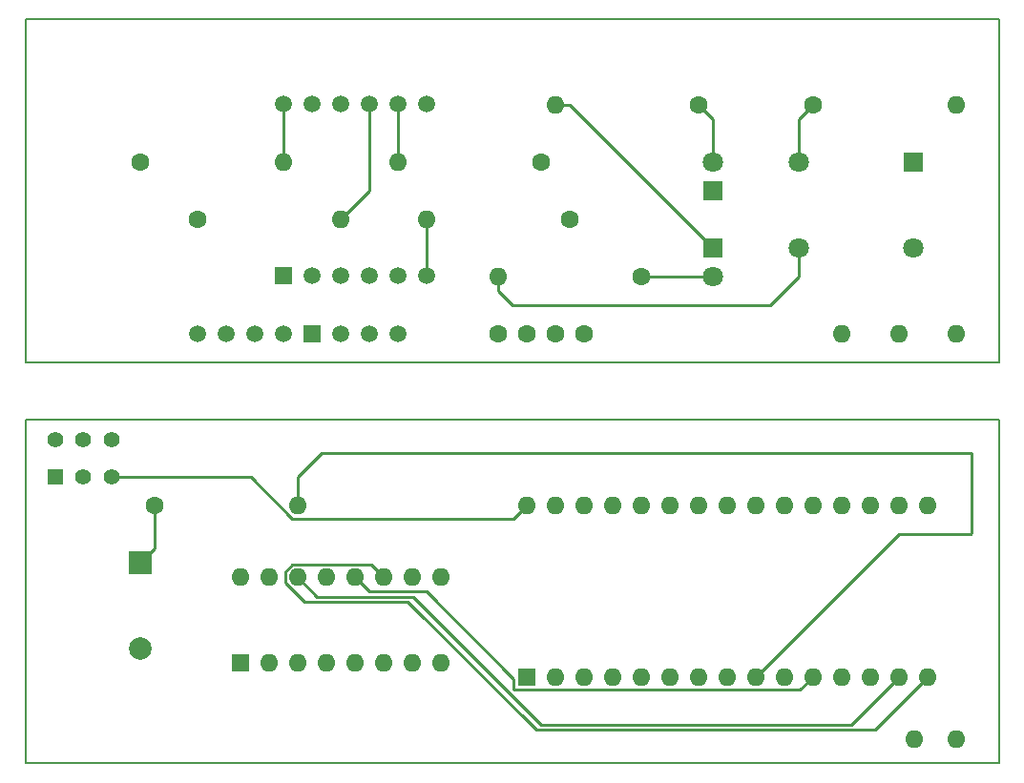
<source format=gbr>
%TF.GenerationSoftware,KiCad,Pcbnew,(6.0.0-0)*%
%TF.CreationDate,2022-01-22T02:41:56+05:30*%
%TF.ProjectId,Schematics,53636865-6d61-4746-9963-732e6b696361,rev?*%
%TF.SameCoordinates,Original*%
%TF.FileFunction,Copper,L1,Top*%
%TF.FilePolarity,Positive*%
%FSLAX46Y46*%
G04 Gerber Fmt 4.6, Leading zero omitted, Abs format (unit mm)*
G04 Created by KiCad (PCBNEW (6.0.0-0)) date 2022-01-22 02:41:56*
%MOMM*%
%LPD*%
G01*
G04 APERTURE LIST*
%TA.AperFunction,NonConductor*%
%ADD10C,0.200000*%
%TD*%
%TA.AperFunction,ComponentPad*%
%ADD11C,1.500000*%
%TD*%
%TA.AperFunction,ComponentPad*%
%ADD12R,2.000000X2.000000*%
%TD*%
%TA.AperFunction,ComponentPad*%
%ADD13C,2.000000*%
%TD*%
%TA.AperFunction,ComponentPad*%
%ADD14O,1.600000X1.600000*%
%TD*%
%TA.AperFunction,ComponentPad*%
%ADD15R,1.800000X1.800000*%
%TD*%
%TA.AperFunction,ComponentPad*%
%ADD16C,1.800000*%
%TD*%
%TA.AperFunction,ComponentPad*%
%ADD17R,1.500000X1.500000*%
%TD*%
%TA.AperFunction,ComponentPad*%
%ADD18R,1.600000X1.600000*%
%TD*%
%TA.AperFunction,ComponentPad*%
%ADD19C,1.600000*%
%TD*%
%TA.AperFunction,ComponentPad*%
%ADD20R,1.400000X1.400000*%
%TD*%
%TA.AperFunction,ComponentPad*%
%ADD21C,1.400000*%
%TD*%
%TA.AperFunction,Conductor*%
%ADD22C,0.250000*%
%TD*%
G04 APERTURE END LIST*
D10*
X180257425Y-100159027D02*
X93897425Y-100149027D01*
X180257425Y-105239027D02*
X180257425Y-135719027D01*
X93897425Y-105239027D02*
X180257425Y-105239027D01*
X93897425Y-69679027D02*
X180257425Y-69679027D01*
X93897425Y-100159027D02*
X93897425Y-69679027D01*
X180257425Y-135719027D02*
X93897425Y-135719027D01*
X93897425Y-135719027D02*
X93897425Y-105239027D01*
X180257425Y-69679027D02*
X180257425Y-100159027D01*
D11*
%TO.P,,10,f*%
%TO.N,Net-(U1-Pad5)*%
X121837425Y-97619027D03*
%TD*%
D12*
%TO.P,BZ1,1,-*%
%TO.N,Net-(BZ1-Pad1)*%
X104057425Y-117939027D03*
D13*
%TO.P,BZ1,2,+*%
%TO.N,GND*%
X104057425Y-125539027D03*
%TD*%
D11*
%TO.P,,11,a*%
%TO.N,Net-(U1-Pad15)*%
X109137425Y-97619027D03*
%TD*%
%TO.P,,2,d*%
%TO.N,Net-(U1-Pad3)*%
X116757425Y-97619027D03*
%TD*%
D14*
%TO.P,,29,GND*%
%TO.N,GND*%
X176447425Y-133603547D03*
%TD*%
D11*
%TO.P,,7,b*%
%TO.N,Net-(U1-Pad1)*%
X111677425Y-97619027D03*
%TD*%
D15*
%TO.P,D2,1,K*%
%TO.N,GND*%
X154857425Y-84919027D03*
D16*
%TO.P,D2,2,A*%
%TO.N,Net-(D2-Pad2)*%
X154857425Y-82379027D03*
%TD*%
D17*
%TO.P,,1,e*%
%TO.N,Net-(U1-Pad4)*%
X119297425Y-97619027D03*
%TD*%
D11*
%TO.P,,4,c*%
%TO.N,Net-(U1-Pad2)*%
X114217425Y-97619027D03*
%TD*%
%TO.P,,5,g*%
%TO.N,Net-(U1-Pad6)*%
X124377425Y-97619027D03*
%TD*%
%TO.P,,3,DPX*%
%TO.N,Net-(U1-Pad7)*%
X126917425Y-97619027D03*
%TD*%
D18*
%TO.P,A1,1,D1/TX*%
%TO.N,unconnected-(A1-Pad1)*%
X138347425Y-128089027D03*
D14*
%TO.P,A1,2,D0/RX*%
%TO.N,unconnected-(A1-Pad2)*%
X140887425Y-128089027D03*
%TO.P,A1,3,~{RESET}*%
%TO.N,unconnected-(A1-Pad3)*%
X143427425Y-128089027D03*
%TO.P,A1,4,GND*%
%TO.N,unconnected-(A1-Pad4)*%
X145967425Y-128089027D03*
%TO.P,A1,5,D2*%
%TO.N,Dat1*%
X148507425Y-128089027D03*
%TO.P,A1,6,D3*%
%TO.N,Dat2*%
X151047425Y-128089027D03*
%TO.P,A1,7,D4*%
%TO.N,Dat3*%
X153587425Y-128089027D03*
%TO.P,A1,8,D5*%
%TO.N,Dat4*%
X156127425Y-128089027D03*
%TO.P,A1,9,D6*%
%TO.N,Net-(A1-Pad9)*%
X158667425Y-128089027D03*
%TO.P,A1,10,D7*%
%TO.N,Net-(A1-Pad10)*%
X161207425Y-128089027D03*
%TO.P,A1,11,D8*%
%TO.N,RCLK*%
X163747425Y-128089027D03*
%TO.P,A1,12,D9*%
%TO.N,Net-(A1-Pad12)*%
X166287425Y-128089027D03*
%TO.P,A1,13,D10*%
%TO.N,unconnected-(A1-Pad13)*%
X168827425Y-128089027D03*
%TO.P,A1,14,D11*%
%TO.N,SER*%
X171367425Y-128089027D03*
%TO.P,A1,15,D12*%
%TO.N,SRCLK*%
X173907425Y-128089027D03*
%TO.P,A1,16,D13*%
%TO.N,unconnected-(A1-Pad16)*%
X173907425Y-112849027D03*
%TO.P,A1,17,3V3*%
%TO.N,unconnected-(A1-Pad17)*%
X171367425Y-112849027D03*
%TO.P,A1,18,AREF*%
%TO.N,unconnected-(A1-Pad18)*%
X168827425Y-112849027D03*
%TO.P,A1,19,A0*%
%TO.N,unconnected-(A1-Pad19)*%
X166287425Y-112849027D03*
%TO.P,A1,20,A1*%
%TO.N,unconnected-(A1-Pad20)*%
X163747425Y-112849027D03*
%TO.P,A1,21,A2*%
%TO.N,unconnected-(A1-Pad21)*%
X161207425Y-112849027D03*
%TO.P,A1,22,A3*%
%TO.N,unconnected-(A1-Pad22)*%
X158667425Y-112849027D03*
%TO.P,A1,23,A4*%
%TO.N,unconnected-(A1-Pad23)*%
X156127425Y-112849027D03*
%TO.P,A1,24,A5*%
%TO.N,unconnected-(A1-Pad24)*%
X153587425Y-112849027D03*
%TO.P,A1,25,A6*%
%TO.N,unconnected-(A1-Pad25)*%
X151047425Y-112849027D03*
%TO.P,A1,26,A7*%
%TO.N,unconnected-(A1-Pad26)*%
X148507425Y-112849027D03*
%TO.P,A1,27,+5V*%
%TO.N,Net-(A1-Pad27)*%
X145967425Y-112849027D03*
%TO.P,A1,28,~{RESET}*%
%TO.N,unconnected-(A1-Pad28)*%
X143427425Y-112849027D03*
%TO.P,A1,29,GND*%
%TO.N,BT GND*%
X140887425Y-112849027D03*
%TO.P,A1,30,VIN*%
%TO.N,Net-(A1-Pad30)*%
X138347425Y-112849027D03*
%TD*%
D19*
%TO.P,R2,1*%
%TO.N,Net-(BZ1-Pad1)*%
X105327425Y-112859027D03*
D14*
%TO.P,R2,2*%
%TO.N,Net-(A1-Pad9)*%
X118027425Y-112859027D03*
%TD*%
D19*
%TO.P,,1*%
%TO.N,D4*%
X143427425Y-97609027D03*
%TD*%
%TO.P,,1*%
%TO.N,D3*%
X140887425Y-97609027D03*
%TD*%
D16*
%TO.P,SW1,1,1*%
%TO.N,Net-(R1-Pad1)*%
X162477425Y-82379027D03*
D15*
X172637425Y-82379027D03*
D16*
%TO.P,SW1,2,2*%
%TO.N,Net-(A1-Pad27)*%
X162477425Y-89999027D03*
X172637425Y-89999027D03*
%TD*%
D14*
%TO.P,,12,D9*%
%TO.N,Net-(A1-Pad12)*%
X166287425Y-97609027D03*
%TD*%
D18*
%TO.P,U1,1,QB*%
%TO.N,Net-(U1-Pad1)*%
X112962425Y-126819027D03*
D14*
%TO.P,U1,2,QC*%
%TO.N,Net-(U1-Pad2)*%
X115502425Y-126819027D03*
%TO.P,U1,3,QD*%
%TO.N,Net-(U1-Pad3)*%
X118042425Y-126819027D03*
%TO.P,U1,4,QE*%
%TO.N,Net-(U1-Pad4)*%
X120582425Y-126819027D03*
%TO.P,U1,5,QF*%
%TO.N,Net-(U1-Pad5)*%
X123122425Y-126819027D03*
%TO.P,U1,6,QG*%
%TO.N,Net-(U1-Pad6)*%
X125662425Y-126819027D03*
%TO.P,U1,7,QH*%
%TO.N,Net-(U1-Pad7)*%
X128202425Y-126819027D03*
%TO.P,U1,8,GND*%
%TO.N,GND*%
X130742425Y-126819027D03*
%TO.P,U1,9,QH'*%
%TO.N,unconnected-(U1-Pad9)*%
X130742425Y-119199027D03*
%TO.P,U1,10,~{SRCLR}*%
%TO.N,Net-(A1-Pad27)*%
X128202425Y-119199027D03*
%TO.P,U1,11,SRCLK*%
%TO.N,SRCLK*%
X125662425Y-119199027D03*
%TO.P,U1,12,RCLK*%
%TO.N,RCLK*%
X123122425Y-119199027D03*
%TO.P,U1,13,~{OE}*%
%TO.N,GND*%
X120582425Y-119199027D03*
%TO.P,U1,14,SER*%
%TO.N,SER*%
X118042425Y-119199027D03*
%TO.P,U1,15,QA*%
%TO.N,Net-(U1-Pad15)*%
X115502425Y-119199027D03*
%TO.P,U1,16,VCC*%
%TO.N,Net-(A1-Pad27)*%
X112962425Y-119199027D03*
%TD*%
%TO.P,,2*%
%TO.N,Net-(A1-Pad27)*%
X171367425Y-97609027D03*
%TD*%
%TO.P,,2*%
%TO.N,GND*%
X176447425Y-97609027D03*
%TD*%
%TO.P,,2*%
%TO.N,Net-(A1-Pad27)*%
X172720000Y-133603547D03*
%TD*%
D17*
%TO.P,U2,1,e*%
%TO.N,Net-(U1-Pad4)*%
X116757425Y-92396527D03*
D11*
%TO.P,U2,2,d*%
%TO.N,Net-(U1-Pad3)*%
X119297425Y-92396527D03*
%TO.P,U2,3,DPX*%
%TO.N,Net-(U1-Pad7)*%
X121837425Y-92396527D03*
%TO.P,U2,4,c*%
%TO.N,Net-(U1-Pad2)*%
X124377425Y-92396527D03*
%TO.P,U2,5,g*%
%TO.N,Net-(U1-Pad6)*%
X126917425Y-92396527D03*
%TO.P,U2,6,CC4*%
%TO.N,Net-(R6-Pad2)*%
X129457425Y-92396527D03*
%TO.P,U2,7,b*%
%TO.N,Net-(U1-Pad1)*%
X129457425Y-77156527D03*
%TO.P,U2,8,CC3*%
%TO.N,Net-(R7-Pad2)*%
X126917425Y-77156527D03*
%TO.P,U2,9,CC2*%
%TO.N,Net-(R5-Pad2)*%
X124377425Y-77156527D03*
%TO.P,U2,10,f*%
%TO.N,Net-(U1-Pad5)*%
X121837425Y-77156527D03*
%TO.P,U2,11,a*%
%TO.N,Net-(U1-Pad15)*%
X119297425Y-77156527D03*
%TO.P,U2,12,CC1*%
%TO.N,Net-(R8-Pad2)*%
X116757425Y-77156527D03*
%TD*%
D19*
%TO.P,,1*%
%TO.N,D2*%
X138347425Y-97609027D03*
%TD*%
%TO.P,,1*%
%TO.N,D1*%
X135807425Y-97609027D03*
%TD*%
D15*
%TO.P,D1,1,K*%
%TO.N,Net-(A1-Pad12)*%
X154857425Y-89999027D03*
D16*
%TO.P,D1,2,A*%
%TO.N,Net-(D1-Pad2)*%
X154857425Y-92539027D03*
%TD*%
D19*
%TO.P,R4,1*%
%TO.N,Net-(D2-Pad2)*%
X153587425Y-77299027D03*
D14*
%TO.P,R4,2*%
%TO.N,Net-(A1-Pad12)*%
X140887425Y-77299027D03*
%TD*%
D19*
%TO.P,R1,1*%
%TO.N,Net-(R1-Pad1)*%
X163747425Y-77299027D03*
D14*
%TO.P,R1,2*%
%TO.N,GND*%
X176447425Y-77299027D03*
%TD*%
D19*
%TO.P,R3,1*%
%TO.N,Net-(D1-Pad2)*%
X148507425Y-92539027D03*
D14*
%TO.P,R3,2*%
%TO.N,Net-(A1-Pad27)*%
X135807425Y-92539027D03*
%TD*%
D20*
%TO.P,SW2,1,A*%
%TO.N,unconnected-(SW2-Pad1)*%
X96517425Y-110319027D03*
D21*
%TO.P,SW2,2,B*%
%TO.N,Net-(SW2-Pad2)*%
X99017425Y-110319027D03*
%TO.P,SW2,3,C*%
%TO.N,Net-(A1-Pad30)*%
X101517425Y-110319027D03*
%TO.P,SW2,4*%
%TO.N,N/C*%
X96517425Y-107019027D03*
%TO.P,SW2,5*%
X99017425Y-107019027D03*
%TO.P,SW2,6*%
X101517425Y-107019027D03*
%TD*%
D19*
%TO.P,R6,1*%
%TO.N,Dat4*%
X142157425Y-87459027D03*
D14*
%TO.P,R6,2*%
%TO.N,Net-(R6-Pad2)*%
X129457425Y-87459027D03*
%TD*%
D19*
%TO.P,R7,1*%
%TO.N,Dat3*%
X139617425Y-82379027D03*
D14*
%TO.P,R7,2*%
%TO.N,Net-(R7-Pad2)*%
X126917425Y-82379027D03*
%TD*%
D19*
%TO.P,R5,1*%
%TO.N,Dat2*%
X109137425Y-87459027D03*
D14*
%TO.P,R5,2*%
%TO.N,Net-(R5-Pad2)*%
X121837425Y-87459027D03*
%TD*%
D19*
%TO.P,R8,1*%
%TO.N,Dat1*%
X104057425Y-82379027D03*
D14*
%TO.P,R8,2*%
%TO.N,Net-(R8-Pad2)*%
X116757425Y-82379027D03*
%TD*%
D22*
%TO.N,Net-(A1-Pad9)*%
X171357425Y-115399027D02*
X158667425Y-128089027D01*
X120142905Y-108203547D02*
X118027425Y-110319027D01*
X177800000Y-115316452D02*
X177717425Y-115399027D01*
X177800000Y-108203547D02*
X177800000Y-115316452D01*
X120142905Y-108203547D02*
X177800000Y-108203547D01*
X118027425Y-110319027D02*
X118027425Y-112859027D01*
X177717425Y-115399027D02*
X171357425Y-115399027D01*
%TO.N,RCLK*%
X129457425Y-120479027D02*
X137222914Y-128244516D01*
X137222914Y-129213538D02*
X162622914Y-129213538D01*
X124402425Y-120479027D02*
X129457425Y-120479027D01*
X123122425Y-119199027D02*
X124402425Y-120479027D01*
X137222914Y-128244516D02*
X137222914Y-129213538D01*
X162622914Y-129213538D02*
X163747425Y-128089027D01*
%TO.N,Net-(A1-Pad27)*%
X135807425Y-93809027D02*
X137077425Y-95079027D01*
X137077425Y-95079027D02*
X159937425Y-95079027D01*
X162477425Y-92539027D02*
X162477425Y-89999027D01*
X135807425Y-92539027D02*
X135807425Y-93809027D01*
X159937425Y-95079027D02*
X162477425Y-92539027D01*
%TO.N,Net-(A1-Pad12)*%
X140887425Y-77299027D02*
X142157425Y-77299027D01*
X142157425Y-77299027D02*
X154857425Y-89999027D01*
%TO.N,SER*%
X128302206Y-120928547D02*
X139678646Y-132304987D01*
X167151465Y-132304987D02*
X171367425Y-128089027D01*
X119771945Y-120928547D02*
X128302206Y-120928547D01*
X118042425Y-119199027D02*
X119771945Y-120928547D01*
X139678646Y-132304987D02*
X167151465Y-132304987D01*
%TO.N,SRCLK*%
X116917914Y-119664816D02*
X118631165Y-121378067D01*
X124537914Y-118074516D02*
X117576636Y-118074516D01*
X118631165Y-121378067D02*
X127816465Y-121378067D01*
X117576636Y-118074516D02*
X116917914Y-118733238D01*
X139192905Y-132754507D02*
X169241945Y-132754507D01*
X125662425Y-119199027D02*
X124537914Y-118074516D01*
X127816465Y-121378067D02*
X139192905Y-132754507D01*
X116917914Y-118733238D02*
X116917914Y-119664816D01*
X169241945Y-132754507D02*
X173907425Y-128089027D01*
%TO.N,Net-(BZ1-Pad1)*%
X105327425Y-112859027D02*
X105327425Y-116669027D01*
X105327425Y-116669027D02*
X104057425Y-117939027D01*
%TO.N,Net-(D1-Pad2)*%
X148507425Y-92539027D02*
X154857425Y-92539027D01*
%TO.N,Net-(D2-Pad2)*%
X154857425Y-78569027D02*
X154857425Y-82379027D01*
X153587425Y-77299027D02*
X154857425Y-78569027D01*
%TO.N,Net-(R1-Pad1)*%
X163747425Y-77289027D02*
X162477425Y-78559027D01*
X162477425Y-78559027D02*
X162477425Y-82379027D01*
X163747425Y-77299027D02*
X163747425Y-77289027D01*
%TO.N,Net-(R5-Pad2)*%
X124377425Y-84919027D02*
X121837425Y-87459027D01*
X124377425Y-77156527D02*
X124377425Y-84919027D01*
%TO.N,Net-(R6-Pad2)*%
X129457425Y-87459027D02*
X129457425Y-92396527D01*
%TO.N,Net-(R7-Pad2)*%
X126917425Y-82379027D02*
X126917425Y-77156527D01*
%TO.N,Net-(R8-Pad2)*%
X116757425Y-77156527D02*
X116757425Y-82379027D01*
%TO.N,Net-(A1-Pad30)*%
X117561636Y-113983538D02*
X137212914Y-113983538D01*
X137212914Y-113983538D02*
X138347425Y-112849027D01*
X101517425Y-110319027D02*
X113897125Y-110319027D01*
X113897125Y-110319027D02*
X117561636Y-113983538D01*
%TD*%
M02*

</source>
